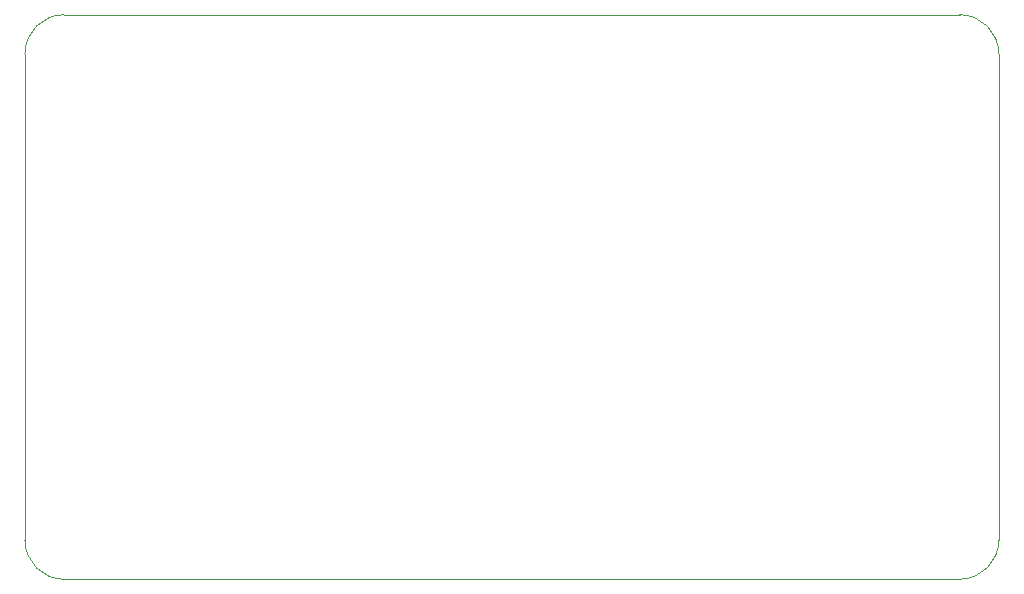
<source format=gbo>
%TF.GenerationSoftware,KiCad,Pcbnew,7.0.2-0*%
%TF.CreationDate,2024-05-28T17:42:11+08:00*%
%TF.ProjectId,angle_detect,616e676c-655f-4646-9574-6563742e6b69,rev?*%
%TF.SameCoordinates,Original*%
%TF.FileFunction,Legend,Bot*%
%TF.FilePolarity,Positive*%
%FSLAX46Y46*%
G04 Gerber Fmt 4.6, Leading zero omitted, Abs format (unit mm)*
G04 Created by KiCad (PCBNEW 7.0.2-0) date 2024-05-28 17:42:11*
%MOMM*%
%LPD*%
G01*
G04 APERTURE LIST*
%ADD10R,1.700000X1.700000*%
%ADD11O,1.700000X1.700000*%
%ADD12C,0.650000*%
%ADD13O,1.000000X2.100000*%
%ADD14O,1.000000X1.800000*%
%TA.AperFunction,Profile*%
%ADD15C,0.100000*%
%TD*%
G04 APERTURE END LIST*
%LPC*%
D10*
%TO.C,J2*%
X137795000Y-66324000D03*
D11*
X137795000Y-68864000D03*
X137795000Y-71404000D03*
X137795000Y-73944000D03*
X137795000Y-76484000D03*
X137795000Y-79024000D03*
X137795000Y-81564000D03*
X137795000Y-84104000D03*
X137795000Y-86644000D03*
X137795000Y-89184000D03*
%TD*%
%TO.C,J4*%
X91567000Y-47752000D03*
X91567000Y-50292000D03*
X91567000Y-52832000D03*
D10*
X91567000Y-55372000D03*
%TD*%
D12*
%TO.C,J3*%
X83236000Y-85893400D03*
X89016000Y-85893400D03*
D13*
X81806000Y-85373400D03*
D14*
X81806000Y-89573400D03*
D13*
X90446000Y-85373400D03*
D14*
X90446000Y-89573400D03*
%TD*%
D10*
%TO.C,J5*%
X70104000Y-49199800D03*
D11*
X72644000Y-49199800D03*
X75184000Y-49199800D03*
X77724000Y-49199800D03*
%TD*%
D10*
%TO.C,J1*%
X60071000Y-66324000D03*
D11*
X60071000Y-68864000D03*
X60071000Y-71404000D03*
X60071000Y-73944000D03*
X60071000Y-76484000D03*
X60071000Y-79024000D03*
X60071000Y-81564000D03*
X60071000Y-84104000D03*
X60071000Y-86644000D03*
X60071000Y-89184000D03*
%TD*%
%LPD*%
D15*
X140157200Y-48260000D02*
G75*
G03*
X136855200Y-44958000I-3302000J0D01*
G01*
X57708800Y-48260000D02*
X57708800Y-89458800D01*
X61010800Y-44958000D02*
G75*
G03*
X57708800Y-48260000I0J-3302000D01*
G01*
X136855200Y-44958000D02*
X61010800Y-44958000D01*
X140157200Y-48260000D02*
X140157200Y-89458800D01*
X57708800Y-89458800D02*
G75*
G03*
X61010800Y-92760800I3302000J0D01*
G01*
X61010800Y-92760800D02*
X136855200Y-92760800D01*
X136855200Y-92760800D02*
G75*
G03*
X140157200Y-89458800I0J3302000D01*
G01*
M02*

</source>
